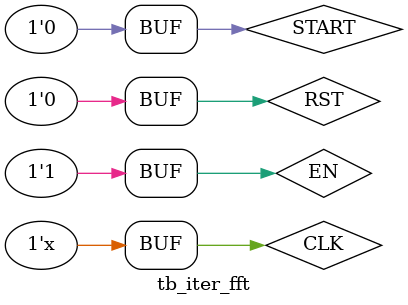
<source format=v>
module tb_iter_fft;


	parameter DWL = 16;
	parameter AWL = 5;
	parameter INIT_FILE = "C:/Users/user1/Documents/MATLAB/function/data.txt";

	reg 					CLK;
	reg 					WrE;
	reg 					EN;	

	reg 					RST;
	reg 					START;
	wire 					block;

	 top_fft_iter #(
		.IWL(32),
		.INIT_FILE (INIT_FILE)
	)fft(	
		.CLK			(CLK),
		.RST			(RST),
		.EN				(EN),
		.START			(START),
		.i_A_DATA		(0),
		.i_B_DATA		(0),
		.i_A_ADDR		(0),
		.i_B_ADDR		(0),
		.i_RAM_Wr		(0),
		.o_RAM_BLOCK	(block)
	);

	always #5 CLK = ~CLK;

	always @( posedge CLK) begin
		if (!RST) begin
			WrE <=! WrE;
		end
	end


	initial begin 

		{CLK, EN, START} <= 0;
		WrE <= 1;
		RST <= 1;
		#20 
		RST <= 0;
		#5
		EN <= 1;
		START <= 1;
		#20 START <= 0;
		
	end 
    
endmodule 		
			
	
</source>
